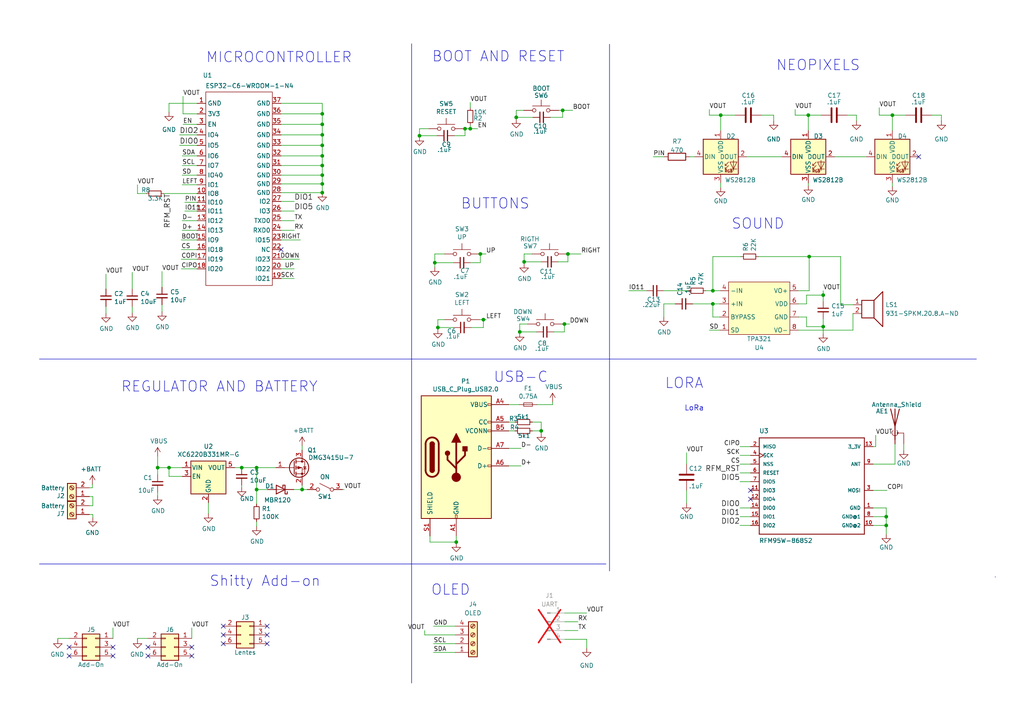
<source format=kicad_sch>
(kicad_sch (version 20231120) (generator "eeschema") (generator_version "8.0")
  (paper "A4")
  (junction (at 140.208 92.71))
  (junction (at 258.826 33.401))
  (junction (at 74.422 135.636))
  (junction (at 134.874 37.338))
  (junction (at 93.472 48.006))
  (junction (at 93.472 50.8))
  (junction (at 93.472 39.116))
  (junction (at 149.733 34.036))
  (junction (at 45.72 135.636))
  (junction (at 150.749 96.266))
  (junction (at 164.719 73.66))
  (junction (at 93.472 53.34))
  (junction (at 238.76 94.742))
  (junction (at 156.972 124.968))
  (junction (at 206.756 84.328))
  (junction (at 238.76 85.598))
  (junction (at 257.048 152.4))
  (junction (at 152.019 75.946))
  (junction (at 121.666 39.37))
  (junction (at 93.472 45.212))
  (junction (at 136.398 37.338))
  (junction (at 127 94.996))
  (junction (at 93.472 33.02))
  (junction (at 132.334 157.226))
  (junction (at 93.472 42.164))
  (junction (at 49.022 135.636))
  (junction (at 234.696 74.422))
  (junction (at 93.472 36.068))
  (junction (at 87.63 141.986))
  (junction (at 209.042 33.401))
  (junction (at 74.422 141.986))
  (junction (at 206.756 88.138))
  (junction (at 93.472 55.88))
  (junction (at 234.442 33.401))
  (junction (at 163.195 32.004))
  (junction (at 126.111 76.2))
  (junction (at 163.703 93.98))
  (junction (at 70.104 135.636))
  (junction (at 257.048 149.86))
  (junction (at 139.319 73.66))
  (no_connect (at 55.626 187.706))
  (no_connect (at 77.47 181.61))
  (no_connect (at 20.066 187.706))
  (no_connect (at 217.678 144.78))
  (no_connect (at 81.534 72.39))
  (no_connect (at 64.77 181.61))
  (no_connect (at 64.77 186.69))
  (no_connect (at 32.766 187.706))
  (no_connect (at 217.678 142.24))
  (no_connect (at 42.926 187.706))
  (no_connect (at 32.766 190.246))
  (no_connect (at 77.47 184.15))
  (no_connect (at 42.926 190.246))
  (no_connect (at 266.446 45.466))
  (no_connect (at 77.47 186.69))
  (no_connect (at 55.626 190.246))
  (no_connect (at 64.77 184.15))
  (no_connect (at 20.066 190.246))
  (wire (pts (xy 214.63 129.54) (xy 217.678 129.54)))
  (wire (pts (xy 258.826 33.401) (xy 262.636 33.401)))
  (wire (pts (xy 243.84 88.392) (xy 243.84 74.422)))
  (wire (pts (xy 234.696 74.422) (xy 234.696 84.328)))
  (wire (pts (xy 136.398 29.718) (xy 136.398 31.242)))
  (wire (pts (xy 46.99 88.392) (xy 46.99 90.424)))
  (wire (pts (xy 163.195 32.004) (xy 166.116 32.004)))
  (wire (pts (xy 238.76 94.742) (xy 238.76 96.774)))
  (wire (pts (xy 139.319 73.66) (xy 140.97 73.66)))
  (wire (pts (xy 16.764 185.166) (xy 16.764 185.42)))
  (wire (pts (xy 253.238 147.32) (xy 257.048 147.32)))
  (wire (pts (xy 38.354 78.994) (xy 38.354 83.82)))
  (wire (pts (xy 81.534 39.116) (xy 93.472 39.116)))
  (wire (pts (xy 53.086 33.02) (xy 57.15 33.02)))
  (wire (pts (xy 49.022 138.176) (xy 49.022 135.636)))
  (wire (pts (xy 214.63 134.62) (xy 217.678 134.62)))
  (wire (pts (xy 154.432 122.428) (xy 156.972 122.428)))
  (wire (pts (xy 206.756 91.948) (xy 206.756 88.138)))
  (wire (pts (xy 85.344 58.42) (xy 81.534 58.42)))
  (wire (pts (xy 231.648 91.948) (xy 233.934 91.948)))
  (wire (pts (xy 99.314 141.986) (xy 99.822 141.986)))
  (wire (pts (xy 127 92.71) (xy 127 94.996)))
  (wire (pts (xy 45.72 135.636) (xy 49.022 135.636)))
  (wire (pts (xy 26.797 141.478) (xy 26.797 140.462)))
  (wire (pts (xy 46.99 78.74) (xy 46.99 83.312)))
  (wire (pts (xy 25.908 141.478) (xy 26.797 141.478)))
  (wire (pts (xy 257.048 147.32) (xy 257.048 149.86)))
  (wire (pts (xy 81.534 36.068) (xy 93.472 36.068)))
  (wire (pts (xy 121.666 37.338) (xy 121.666 39.37)))
  (wire (pts (xy 121.666 39.37) (xy 126.746 39.37)))
  (wire (pts (xy 273.05 35.052) (xy 273.05 33.401)))
  (wire (pts (xy 247.396 88.392) (xy 243.84 88.392)))
  (wire (pts (xy 253.238 152.4) (xy 257.048 152.4)))
  (wire (pts (xy 170.18 177.8) (xy 163.83 177.8)))
  (wire (pts (xy 258.826 53.086) (xy 258.826 54.102)))
  (wire (pts (xy 127 94.996) (xy 131.572 94.996)))
  (wire (pts (xy 150.749 96.266) (xy 155.575 96.266)))
  (wire (pts (xy 205.74 33.401) (xy 209.042 33.401)))
  (polyline (pts (xy 119.38 198.12) (xy 119.38 12.7)))
  (wire (pts (xy 87.122 69.596) (xy 81.534 69.596)))
  (wire (pts (xy 214.63 152.4) (xy 217.678 152.4)))
  (wire (pts (xy 152.019 73.66) (xy 152.019 75.946)))
  (wire (pts (xy 80.01 135.636) (xy 74.422 135.636)))
  (wire (pts (xy 131.826 39.37) (xy 134.874 39.37)))
  (wire (pts (xy 134.874 39.37) (xy 134.874 37.338)))
  (wire (pts (xy 200.152 45.466) (xy 201.422 45.466)))
  (wire (pts (xy 234.442 33.401) (xy 238.125 33.401)))
  (wire (pts (xy 45.72 142.748) (xy 45.72 143.764)))
  (wire (pts (xy 214.63 137.16) (xy 217.678 137.16)))
  (wire (pts (xy 234.442 53.848) (xy 234.442 53.086)))
  (wire (pts (xy 209.042 33.401) (xy 213.233 33.401)))
  (wire (pts (xy 85.344 61.214) (xy 81.534 61.214)))
  (wire (pts (xy 233.934 88.138) (xy 233.934 85.598)))
  (wire (pts (xy 192.532 91.948) (xy 192.532 88.138)))
  (wire (pts (xy 253.238 134.62) (xy 259.588 134.62)))
  (wire (pts (xy 208.788 91.948) (xy 206.756 91.948)))
  (wire (pts (xy 121.666 39.37) (xy 121.666 39.624)))
  (wire (pts (xy 81.534 45.212) (xy 93.472 45.212)))
  (wire (pts (xy 127 94.996) (xy 127 95.504)))
  (wire (pts (xy 26.924 149.225) (xy 26.924 150.114)))
  (wire (pts (xy 93.472 50.8) (xy 93.472 53.34)))
  (wire (pts (xy 126.111 76.2) (xy 131.445 76.2)))
  (wire (pts (xy 52.832 64.008) (xy 57.15 64.008)))
  (wire (pts (xy 140.208 92.71) (xy 140.97 92.71)))
  (wire (pts (xy 224.409 35.052) (xy 224.409 33.401)))
  (wire (pts (xy 57.15 36.068) (xy 53.086 36.068)))
  (wire (pts (xy 86.868 75.184) (xy 81.534 75.184)))
  (wire (pts (xy 153.035 93.98) (xy 150.749 93.98)))
  (wire (pts (xy 128.905 73.66) (xy 126.111 73.66)))
  (wire (pts (xy 199.136 131.318) (xy 199.136 134.62)))
  (wire (pts (xy 192.532 84.328) (xy 199.644 84.328)))
  (wire (pts (xy 258.826 33.401) (xy 258.826 37.846)))
  (wire (pts (xy 125.73 181.61) (xy 132.08 181.61)))
  (wire (pts (xy 70.104 140.716) (xy 70.104 141.351)))
  (wire (pts (xy 164.719 75.946) (xy 164.719 73.66)))
  (wire (pts (xy 81.534 48.006) (xy 93.472 48.006)))
  (polyline (pts (xy 176.784 165.608) (xy 176.784 12.827)))
  (wire (pts (xy 149.733 34.036) (xy 154.559 34.036)))
  (wire (pts (xy 205.74 95.758) (xy 208.788 95.758)))
  (wire (pts (xy 25.908 146.685) (xy 26.924 146.685)))
  (wire (pts (xy 257.048 152.4) (xy 257.048 154.94)))
  (wire (pts (xy 85.344 64.008) (xy 81.534 64.008)))
  (wire (pts (xy 205.74 31.75) (xy 205.74 33.401)))
  (wire (pts (xy 255.016 33.401) (xy 258.826 33.401)))
  (wire (pts (xy 182.372 84.328) (xy 187.452 84.328)))
  (wire (pts (xy 16.764 185.166) (xy 20.066 185.166)))
  (wire (pts (xy 209.042 54.356) (xy 209.042 53.086)))
  (polyline (pts (xy 11.43 104.14) (xy 283.21 104.14)))
  (wire (pts (xy 253.238 129.54) (xy 254 129.54)))
  (wire (pts (xy 164.465 73.66) (xy 164.719 73.66)))
  (wire (pts (xy 52.832 45.212) (xy 57.15 45.212)))
  (wire (pts (xy 30.734 88.9) (xy 30.734 90.932)))
  (wire (pts (xy 206.756 88.138) (xy 208.788 88.138)))
  (wire (pts (xy 134.493 37.338) (xy 134.874 37.338)))
  (wire (pts (xy 125.73 186.69) (xy 132.08 186.69)))
  (wire (pts (xy 147.574 130.048) (xy 151.13 130.048)))
  (wire (pts (xy 123.19 182.88) (xy 123.19 184.15)))
  (wire (pts (xy 234.442 33.401) (xy 234.442 37.846)))
  (wire (pts (xy 124.333 37.338) (xy 121.666 37.338)))
  (wire (pts (xy 85.344 66.802) (xy 81.534 66.802)))
  (wire (pts (xy 214.884 74.422) (xy 206.756 74.422)))
  (wire (pts (xy 219.964 74.422) (xy 234.696 74.422)))
  (wire (pts (xy 206.756 84.328) (xy 208.788 84.328)))
  (wire (pts (xy 136.398 36.322) (xy 136.398 37.338)))
  (wire (pts (xy 139.319 76.2) (xy 139.319 73.66)))
  (wire (pts (xy 52.832 53.594) (xy 57.15 53.594)))
  (wire (pts (xy 26.924 144.018) (xy 26.924 146.685)))
  (wire (pts (xy 163.703 96.266) (xy 163.703 93.98)))
  (wire (pts (xy 159.639 34.036) (xy 163.195 34.036)))
  (wire (pts (xy 214.63 149.86) (xy 217.678 149.86)))
  (wire (pts (xy 163.195 34.036) (xy 163.195 32.004)))
  (wire (pts (xy 93.472 33.02) (xy 93.472 36.068)))
  (wire (pts (xy 192.532 45.466) (xy 189.484 45.466)))
  (wire (pts (xy 238.76 92.456) (xy 238.76 94.742)))
  (wire (pts (xy 30.734 79.502) (xy 30.734 83.82)))
  (wire (pts (xy 147.574 124.968) (xy 149.352 124.968)))
  (wire (pts (xy 52.832 50.8) (xy 57.15 50.8)))
  (wire (pts (xy 164.719 73.66) (xy 168.529 73.66)))
  (wire (pts (xy 53.594 58.674) (xy 57.15 58.674)))
  (wire (pts (xy 151.892 32.004) (xy 149.733 32.004)))
  (wire (pts (xy 81.534 42.164) (xy 93.472 42.164)))
  (wire (pts (xy 154.305 73.66) (xy 152.019 73.66)))
  (wire (pts (xy 160.274 117.348) (xy 160.274 116.586)))
  (wire (pts (xy 132.334 157.226) (xy 132.334 157.48)))
  (wire (pts (xy 273.05 33.401) (xy 270.256 33.401)))
  (wire (pts (xy 93.472 36.068) (xy 93.472 39.116)))
  (wire (pts (xy 199.136 146.05) (xy 199.136 142.24)))
  (wire (pts (xy 231.648 88.138) (xy 233.934 88.138)))
  (wire (pts (xy 52.07 39.116) (xy 57.15 39.116)))
  (wire (pts (xy 93.472 48.006) (xy 93.472 50.8)))
  (wire (pts (xy 233.934 85.598) (xy 238.76 85.598)))
  (wire (pts (xy 39.878 185.166) (xy 39.878 185.42)))
  (wire (pts (xy 87.63 140.716) (xy 87.63 141.986)))
  (wire (pts (xy 230.632 33.401) (xy 234.442 33.401)))
  (wire (pts (xy 200.914 88.138) (xy 206.756 88.138)))
  (wire (pts (xy 162.052 32.004) (xy 163.195 32.004)))
  (wire (pts (xy 147.574 135.128) (xy 151.13 135.128)))
  (wire (pts (xy 167.64 182.88) (xy 163.83 182.88)))
  (wire (pts (xy 45.72 132.334) (xy 45.72 135.636)))
  (wire (pts (xy 52.07 42.164) (xy 57.15 42.164)))
  (wire (pts (xy 87.63 141.986) (xy 85.217 141.986)))
  (wire (pts (xy 154.432 124.968) (xy 156.972 124.968)))
  (wire (pts (xy 233.934 91.948) (xy 233.934 94.742)))
  (wire (pts (xy 147.574 117.348) (xy 150.622 117.348)))
  (wire (pts (xy 155.702 117.348) (xy 160.274 117.348)))
  (wire (pts (xy 242.062 45.466) (xy 251.206 45.466)))
  (wire (pts (xy 47.498 56.134) (xy 57.15 56.134)))
  (wire (pts (xy 81.534 55.88) (xy 93.472 55.88)))
  (wire (pts (xy 156.972 124.968) (xy 156.972 125.603)))
  (wire (pts (xy 60.452 145.796) (xy 60.452 148.971)))
  (wire (pts (xy 123.19 184.15) (xy 132.08 184.15)))
  (wire (pts (xy 55.626 182.118) (xy 55.626 185.166)))
  (wire (pts (xy 170.18 187.96) (xy 170.18 185.42)))
  (wire (pts (xy 209.042 33.401) (xy 209.042 37.846)))
  (wire (pts (xy 238.76 87.376) (xy 238.76 85.598)))
  (wire (pts (xy 126.111 73.66) (xy 126.111 76.2)))
  (wire (pts (xy 81.534 53.34) (xy 93.472 53.34)))
  (wire (pts (xy 243.84 74.422) (xy 234.696 74.422)))
  (wire (pts (xy 52.578 72.39) (xy 57.15 72.39)))
  (wire (pts (xy 160.655 96.266) (xy 163.703 96.266)))
  (wire (pts (xy 152.019 75.946) (xy 156.845 75.946)))
  (wire (pts (xy 93.472 53.34) (xy 93.472 55.88)))
  (wire (pts (xy 147.574 122.428) (xy 149.352 122.428)))
  (polyline (pts (xy 288.671 167.386) (xy 288.671 167.259)))
  (wire (pts (xy 52.578 69.596) (xy 57.15 69.596)))
  (wire (pts (xy 224.409 33.401) (xy 220.853 33.401)))
  (wire (pts (xy 81.534 77.978) (xy 85.344 77.978)))
  (wire (pts (xy 255.016 31.242) (xy 255.016 33.401)))
  (wire (pts (xy 45.72 137.668) (xy 45.72 135.636)))
  (wire (pts (xy 132.334 155.448) (xy 132.334 157.226)))
  (wire (pts (xy 81.534 50.8) (xy 93.472 50.8)))
  (wire (pts (xy 93.472 39.116) (xy 93.472 42.164)))
  (wire (pts (xy 53.086 27.94) (xy 53.086 33.02)))
  (wire (pts (xy 49.022 138.176) (xy 52.832 138.176)))
  (wire (pts (xy 52.832 48.006) (xy 57.15 48.006)))
  (wire (pts (xy 49.022 135.636) (xy 52.832 135.636)))
  (wire (pts (xy 134.874 37.338) (xy 136.398 37.338)))
  (wire (pts (xy 247.396 90.932) (xy 247.396 95.758)))
  (wire (pts (xy 214.63 139.7) (xy 217.678 139.7)))
  (wire (pts (xy 136.652 94.996) (xy 140.208 94.996)))
  (wire (pts (xy 52.578 75.184) (xy 57.15 75.184)))
  (wire (pts (xy 214.63 147.32) (xy 217.678 147.32)))
  (wire (pts (xy 52.578 77.978) (xy 57.15 77.978)))
  (wire (pts (xy 125.73 189.23) (xy 132.08 189.23)))
  (wire (pts (xy 93.472 45.212) (xy 93.472 48.006)))
  (wire (pts (xy 32.766 182.118) (xy 32.766 185.166)))
  (wire (pts (xy 93.472 42.164) (xy 93.472 45.212)))
  (wire (pts (xy 93.472 29.972) (xy 93.472 33.02)))
  (wire (pts (xy 254 126.238) (xy 254 129.54)))
  (wire (pts (xy 128.905 92.71) (xy 127 92.71)))
  (wire (pts (xy 49.022 29.972) (xy 49.022 32.512)))
  (wire (pts (xy 81.534 29.972) (xy 93.472 29.972)))
  (wire (pts (xy 233.934 94.742) (xy 238.76 94.742)))
  (wire (pts (xy 81.534 33.02) (xy 93.472 33.02)))
  (wire (pts (xy 126.111 76.2) (xy 126.111 77.47)))
  (wire (pts (xy 39.878 53.594) (xy 39.878 56.134)))
  (wire (pts (xy 253.238 149.86) (xy 257.048 149.86)))
  (wire (pts (xy 230.632 31.75) (xy 230.632 33.401)))
  (wire (pts (xy 53.594 61.214) (xy 57.15 61.214)))
  (wire (pts (xy 25.908 144.018) (xy 26.924 144.018)))
  (wire (pts (xy 139.065 92.71) (xy 140.208 92.71)))
  (wire (pts (xy 39.878 56.134) (xy 42.418 56.134)))
  (wire (pts (xy 216.662 45.466) (xy 226.822 45.466)))
  (wire (pts (xy 156.972 122.428) (xy 156.972 124.968)))
  (wire (pts (xy 257.302 142.24) (xy 253.238 142.24)))
  (wire (pts (xy 150.749 93.98) (xy 150.749 96.266)))
  (polyline (pts (xy 11.43 163.576) (xy 175.768 163.576)))
  (wire (pts (xy 68.072 135.636) (xy 70.104 135.636)))
  (wire (pts (xy 124.714 155.448) (xy 124.714 157.226)))
  (wire (pts (xy 247.396 95.758) (xy 231.648 95.758)))
  (wire (pts (xy 85.344 80.772) (xy 81.534 80.772)))
  (wire (pts (xy 25.908 149.225) (xy 26.924 149.225)))
  (wire (pts (xy 206.756 74.422) (xy 206.756 84.328)))
  (wire (pts (xy 52.832 66.802) (xy 57.15 66.802)))
  (wire (pts (xy 150.749 96.266) (xy 150.749 96.52)))
  (wire (pts (xy 89.154 141.986) (xy 87.63 141.986)))
  (wire (pts (xy 136.525 76.2) (xy 139.319 76.2)))
  (wire (pts (xy 214.63 132.08) (xy 217.678 132.08)))
  (wire (pts (xy 77.597 141.986) (xy 74.422 141.986)))
  (wire (pts (xy 152.019 75.946) (xy 152.019 76.454)))
  (wire (pts (xy 170.18 185.42) (xy 163.83 185.42)))
  (wire (pts (xy 234.696 84.328) (xy 231.648 84.328)))
  (wire (pts (xy 248.412 35.052) (xy 248.412 33.401)))
  (wire (pts (xy 161.925 75.946) (xy 164.719 75.946)))
  (wire (pts (xy 192.532 88.138) (xy 195.834 88.138)))
  (wire (pts (xy 39.878 185.166) (xy 42.926 185.166)))
  (wire (pts (xy 124.714 157.226) (xy 132.334 157.226)))
  (wire (pts (xy 139.065 73.66) (xy 139.319 73.66)))
  (wire (pts (xy 70.104 135.636) (xy 74.422 135.636)))
  (wire (pts (xy 38.354 88.9) (xy 38.354 90.678)))
  (wire (pts (xy 136.398 37.338) (xy 138.5316 37.338)))
  (wire (pts (xy 248.412 33.401) (xy 245.745 33.401)))
  (wire (pts (xy 167.64 180.34) (xy 163.83 180.34)))
  (wire (pts (xy 259.588 134.62) (xy 259.588 128.778)))
  (wire (pts (xy 74.422 151.257) (xy 74.422 152.654)))
  (wire (pts (xy 238.76 85.598) (xy 238.76 84.328)))
  (wire (pts (xy 74.422 141.986) (xy 74.422 135.636)))
  (wire (pts (xy 262.128 130.556) (xy 262.128 128.778)))
  (wire (pts (xy 163.195 93.98) (xy 163.703 93.98)))
  (wire (pts (xy 204.724 84.328) (xy 206.756 84.328)))
  (wire (pts (xy 149.733 34.036) (xy 149.733 34.544)))
  (wire (pts (xy 257.048 149.86) (xy 257.048 152.4)))
  (wire (pts (xy 140.208 94.996) (xy 140.208 92.71)))
  (wire (pts (xy 163.703 93.98) (xy 165.227 93.98)))
  (wire (pts (xy 57.15 29.972) (xy 49.022 29.972)))
  (wire (pts (xy 87.63 130.556) (xy 87.63 129.286)))
  (wire (pts (xy 74.422 141.986) (xy 74.422 146.177)))
  (wire (pts (xy 149.733 32.004) (xy 149.733 34.036)))
  (text "MICROCONTROLLER" (at 59.69 18.542 0) (effects (font (size 3 3)) (justify left bottom)))
  (text "LoRa" (at 198.501 119.38 0) (effects (font (size 1.524 1.524)) (justify left bottom)))
  (text "OLED" (at 124.968 172.974 0) (effects (font (size 3 3)) (justify left bottom)))
  (text "USB-C\n" (at 159.004 111.252 0) (effects (font (size 3 3)) (justify right bottom)))
  (text "BUTTONS" (at 133.604 60.96 0) (effects (font (size 3 3)) (justify left bottom)))
  (text "SOUND" (at 212.09 66.802 0) (effects (font (size 3 3)) (justify left bottom)))
  (text "LORA" (at 192.786 113.03 0) (effects (font (size 3 3)) (justify left bottom)))
  (text "NEOPIXELS" (at 225.044 20.828 0) (effects (font (size 3 3)) (justify left bottom)))
  (text "REGULATOR AND BATTERY" (at 35.052 114.046 0) (effects (font (size 3 3)) (justify left bottom)))
  (text "Shitty Add-on\n" (at 60.706 170.434 0) (effects (font (size 3 3)) (justify left bottom)))
  (text "BOOT AND RESET\n" (at 125.222 18.288 0) (effects (font (size 3 3)) (justify left bottom)))
  (label "RX" (at 85.344 66.802 0))
  (label "RX" (at 167.64 180.34 0))
  (label "EN" (at 138.5316 37.338 0))
  (label "DIO0" (at 52.07 42.164 0) (effects (font (size 1.524 1.524))))
  (label "IO11" (at 182.372 84.328 0))
  (label "VOUT" (at 55.626 182.118 0))
  (label "DIO1" (at 85.344 58.42 0) (effects (font (size 1.524 1.524))))
  (label "COPI" (at 52.578 75.184 0))
  (label "PIN" (at 53.594 58.674 0))
  (label "DIO1" (at 214.63 149.86 180) (effects (font (size 1.524 1.524))))
  (label "UP" (at 140.97 73.66 0))
  (label "DIO0" (at 214.63 147.32 180) (effects (font (size 1.524 1.524))))
  (label "BOOT" (at 166.116 32.004 0))
  (label "DOWN" (at 86.868 75.184 180))
  (label "VOUT" (at 230.632 31.75 0))
  (label "VOUT" (at 238.76 84.328 0))
  (label "UP" (at 85.344 77.978 180))
  (label "D-" (at 151.13 130.048 0))
  (label "CIPO" (at 52.578 77.978 0))
  (label "DOWN" (at 165.227 93.98 0))
  (label "SDA" (at 125.73 189.23 0))
  (label "D-" (at 52.832 64.008 0))
  (label "VOUT" (at 38.354 78.994 0))
  (label "EN" (at 53.086 36.068 0))
  (label "SD" (at 205.74 95.758 0))
  (label "DIO5" (at 85.344 61.214 0) (effects (font (size 1.524 1.524))))
  (label "COPI" (at 257.302 142.24 0))
  (label "TX" (at 85.344 64.008 0))
  (label "VOUT" (at 136.398 29.718 0))
  (label "RFM_RST" (at 49.784 56.134 270) (effects (font (size 1.524 1.524))))
  (label "RIGHT" (at 87.122 69.596 180))
  (label "VOUT" (at 199.136 131.318 0))
  (label "SCK" (at 214.63 132.08 180))
  (label "VOUT" (at 53.086 27.94 0))
  (label "LEFT" (at 140.97 92.71 0))
  (label "DIO5" (at 214.63 139.7 180) (effects (font (size 1.524 1.524))))
  (label "DIO2" (at 52.07 39.116 0) (effects (font (size 1.524 1.524))))
  (label "VOUT" (at 30.734 79.502 0))
  (label "D+" (at 52.832 66.802 0))
  (label "CS" (at 52.578 72.39 0))
  (label "VOUT" (at 32.766 182.118 0))
  (label "VOUT" (at 39.878 53.594 0))
  (label "SD" (at 52.832 50.8 0))
  (label "RIGHT" (at 168.529 73.66 0))
  (label "GND" (at 125.73 181.61 0))
  (label "VOUT" (at 123.19 182.88 180))
  (label "SDA" (at 52.832 45.212 0))
  (label "TX" (at 167.64 182.88 0))
  (label "RFM_RST" (at 214.63 137.16 180) (effects (font (size 1.524 1.524))))
  (label "VOUT" (at 99.822 141.986 0))
  (label "VOUT" (at 254 126.238 0))
  (label "SCL" (at 52.832 48.006 0))
  (label "BOOT" (at 52.578 69.596 0))
  (label "VOUT" (at 46.99 78.74 0))
  (label "IO11" (at 53.594 61.214 0))
  (label "SCK" (at 85.344 80.772 180))
  (label "VOUT" (at 205.74 31.75 0))
  (label "VOUT" (at 170.18 177.8 0))
  (label "SCL" (at 125.73 186.69 0))
  (label "VOUT" (at 255.016 31.242 0))
  (label "D+" (at 151.13 135.128 0))
  (label "CIPO" (at 214.63 129.54 180))
  (label "DIO2" (at 214.63 152.4 180) (effects (font (size 1.524 1.524))))
  (label "LEFT" (at 52.832 53.594 0))
  (label "PIN" (at 189.484 45.466 0))
  (label "CS" (at 214.63 134.62 180))
  (symbol (lib_id "Connector:Screw_Terminal_01x02") (at 20.828 144.018 180) (unit 1)
    (property "Reference" "J2" (at 18.796 143.8148 0) (effects (justify left)))
    (property "Value" "Battery" (at 18.796 141.5034 0) (effects (justify left)))
    (property "Footprint" "Eko2024:BH-AA-A1AJ020" (effects (hide yes)))
    (property "LCSC#" "C5290181" (effects (hide yes)))
    (property "provedor" "-" (effects (hide yes)))
    (property "Proveedor" "JLCPCB y LCSC" (effects (hide yes)))
  )
  (symbol (lib_id "power:GND") (at 192.532 91.948 0) (unit 1)
    (property "Reference" "#PWR043" (effects (hide yes)))
    (property "Value" "GND" (at 192.659 96.3422 0))
  )
  (symbol (lib_id "Device:C_Small") (at 198.374 88.138 90) (unit 1)
    (property "Reference" "C14" (at 197.2056 85.8012 0) (effects (justify left)))
    (property "Value" ".1uF" (at 199.517 85.8012 0) (effects (justify left)))
    (property "Footprint" "Capacitor_SMD:C_0603_1608Metric" (effects (hide yes)))
    (property "manf#" "0603F104M500NT" (effects (hide yes)))
    (property "provedor" "LCSC" (effects (hide yes)))
    (property "LCSC#" "C478888" (effects (hide yes)))
    (property "Proveedor" "LCSC" (effects (hide yes)))
  )
  (symbol (lib_id "Minino:ESP32-C6-WROOM-1U-N8") (at 69.342 53.594 0) (unit 1)
    (property "Reference" "U1" (at 60.198 21.844 0))
    (property "Value" "ESP32-C6-WROOM-1-N4" (at 72.39 24.892 0))
    (property "Footprint" "bsides:XCVR_ESP32-C6-WROOM-1-N8" (effects (hide yes)))
    (property "manf#" "ESP32-C6-WROOM-1-N4" (effects (hide yes)))
    (property "provedor" "MOUSER" (effects (hide yes)))
    (property "Proveedor" "Mouser" (effects (hide yes)))
  )
  (symbol (lib_id "Device:R_Small") (at 44.958 56.134 270) (unit 1)
    (property "Reference" "R8" (at 42.291 55.118 90))
    (property "Value" "3.3K" (at 45.085 57.531 90))
    (property "Footprint" "Resistor_SMD:R_0603_1608Metric" (effects (hide yes)))
    (property "manf#" "ERJ-3GEYJ332V " (effects (hide yes)))
    (property "LCSC#" "C403480" (effects (hide yes)))
    (property "Proveedor" "JLCPCB" (effects (hide yes)))
  )
  (symbol (lib_id "Device:R") (at 196.342 45.466 90) (unit 1)
    (property "Reference" "R7" (at 196.342 41.021 90))
    (property "Value" "470" (at 196.342 43.561 90))
    (property "Footprint" "Resistor_SMD:R_0603_1608Metric" (effects (hide yes)))
    (property "LCSC#" "C103661" (effects (hide yes)))
    (property "manf#" "RTT03471JTP" (effects (hide yes)))
  )
  (symbol (lib_id "power:GND") (at 156.972 125.603 0) (unit 1)
    (property "Reference" "#PWR032" (effects (hide yes)))
    (property "Value" "GND" (at 157.099 129.9972 0))
  )
  (symbol (lib_id "Device:R_Small") (at 136.398 33.782 180) (unit 1)
    (property "Reference" "R2" (at 139.954 34.29 0) (effects (justify left)))
    (property "Value" "10K" (at 141.224 32.512 0) (effects (justify left)))
    (property "Footprint" "Resistor_SMD:R_0603_1608Metric" (effects (hide yes)))
    (property "LCSC#" "C217281" (effects (hide yes)))
  )
  (symbol (lib_id "Device:C_Small") (at 30.734 86.36 0) (unit 1)
    (property "Reference" "C2" (at 33.0708 85.1916 0) (effects (justify left)))
    (property "Value" "1uF" (at 33.0708 87.503 0) (effects (justify left)))
    (property "Footprint" "Capacitor_SMD:C_0603_1608Metric" (effects (hide yes)))
    (property "manf#" "TMK107BJ105KA8T" (effects (hide yes)))
    (property "provedor" "LCSC" (effects (hide yes)))
    (property "LCSC#" "C15849" (effects (hide yes)))
    (property "Proveedor" "JLCPCB" (effects (hide yes)))
  )
  (symbol (lib_id "Ekoparty-2024:8002A") (at 220.218 93.218 0) (mirror x) (unit 1)
    (property "Reference" "U4" (at 220.218 100.838 0))
    (property "Value" "TPA321" (at 220.218 98.298 0))
    (property "Footprint" "Package_SO:SOP-8_3.9x4.9mm_P1.27mm" (effects (hide yes)))
    (property "LCSC#" "C2873032" (effects (hide yes)))
    (property "Proveedor" "LCSC" (effects (hide yes)))
  )
  (symbol (lib_id "power:GND") (at 170.18 187.96 0) (unit 1)
    (property "Reference" "#PWR06" (effects (hide yes)))
    (property "Value" "GND" (at 170.18 193.04 0))
  )
  (symbol (lib_id "Device:C_Small") (at 129.286 39.37 90) (unit 1)
    (property "Reference" "C9" (at 130.81 41.91 90) (effects (justify left)))
    (property "Value" ".1uF" (at 131.064 43.434 90) (effects (justify left)))
    (property "Footprint" "Capacitor_SMD:C_0603_1608Metric" (effects (hide yes)))
    (property "manf#" "0603F104M500NT" (effects (hide yes)))
    (property "LCSC#" "C478888" (effects (hide yes)))
    (property "Proveedor" "LCSC" (effects (hide yes)))
  )
  (symbol (lib_id "Connector_Generic:Conn_02x03_Odd_Even") (at 27.686 187.706 0) (mirror y) (unit 1)
    (property "Reference" "J5" (at 26.416 182.626 0))
    (property "Value" "Add-On" (at 26.416 192.786 0))
    (property "Footprint" "Connector_PinSocket_2.54mm:PinSocket_2x03_P2.54mm_Vertical_SMD" (effects (hide yes)))
    (property "LCSC#" "C3975148" (effects (hide yes)))
  )
  (symbol (lib_id "Device:Speaker") (at 252.476 88.392 0) (unit 1)
    (property "Reference" "LS1" (at 256.794 88.3919 0) (effects (justify left)))
    (property "Value" "931-SPKM.20.8.A-ND" (at 256.794 90.9319 0) (effects (justify left)))
    (property "Footprint" "Connector_PinHeader_1.27mm:PinHeader_1x02_P1.27mm_Vertical" (effects (hide yes)))
    (property "Description" "Speaker" (effects (hide yes)))
    (property "manf#" "931-SPKM.20.8.A-ND" (effects (hide yes)))
    (property "provedor" "Digikey" (effects (hide yes)))
  )
  (symbol (lib_id "power:+BATT") (at 26.797 140.462 0) (mirror y) (unit 1)
    (property "Reference" "#PWR03" (effects (hide yes)))
    (property "Value" "+BATT" (at 26.416 136.0678 0))
  )
  (symbol (lib_id "Switch:SW_Push") (at 159.385 73.66 0) (unit 1)
    (property "Reference" "SW7" (at 153.797 71.374 0))
    (property "Value" "RIGTH" (at 153.67 69.342 0))
    (property "Footprint" "Button_Switch_SMD:SW_SPST_TL3342" (effects (hide yes)))
    (property "LCSC#" "C318889" (effects (hide yes)))
    (property "Proveedor" "LCSC" (effects (hide yes)))
  )
  (symbol (lib_id "Device:R_Small") (at 151.892 124.968 270) (unit 1)
    (property "Reference" "R4" (at 149.225 123.952 90))
    (property "Value" "5k1" (at 152.019 126.365 90))
    (property "Footprint" "Resistor_SMD:R_0603_1608Metric" (effects (hide yes)))
    (property "manf#" "ERJ3RBD5101V" (effects (hide yes)))
    (property "LCSC#" "C191782" (effects (hide yes)))
    (property "provedor" "LCSC" (effects (hide yes)))
  )
  (symbol (lib_id "Device:C_Small") (at 46.99 85.852 0) (unit 1)
    (property "Reference" "C5" (at 49.3268 84.6836 0) (effects (justify left)))
    (property "Value" "10uF" (at 49.3268 86.995 0) (effects (justify left)))
    (property "Footprint" "Capacitor_SMD:C_0603_1608Metric" (effects (hide yes)))
    (property "manf#" "GRM188R61E106KA73J" (effects (hide yes)))
    (property "provedor" "LCSC" (effects (hide yes)))
    (property "LCSC#" "C85713" (effects (hide yes)))
    (property "Proveedor" "JLCPCB" (effects (hide yes)))
  )
  (symbol (lib_id "Device:C") (at 241.935 33.401 270) (unit 1)
    (property "Reference" "C17" (at 241.935 27.686 90))
    (property "Value" ".1uF" (at 241.935 29.591 90))
    (property "Footprint" "Capacitor_SMD:C_0603_1608Metric" (effects (hide yes)))
    (property "LCSC#" "C478888" (effects (hide yes)))
    (property "Proveedor" "LCSC" (effects (hide yes)))
    (property "manf#" "0603F104M500NT" (effects (hide yes)))
  )
  (symbol (lib_id "Diode:MBR340") (at 81.407 141.986 180) (unit 1)
    (property "Reference" "D1" (at 78.232 140.97 0))
    (property "Value" "MBR120" (at 80.518 145.034 0))
    (property "Footprint" "Diode_SMD:D_SOD-123F" (effects (hide yes)))
    (property "provedor" "LCSC" (effects (hide yes)))
    (property "LCSC#" "C130880" (effects (hide yes)))
    (property "manf#" "MBR120LSFT1G" (effects (hide yes)))
    (property "Proveedor" "JLCPCB" (effects (hide yes)))
  )
  (symbol (lib_id "Switch:SW_Push") (at 133.985 73.66 0) (unit 1)
    (property "Reference" "SW3" (at 133.985 66.421 0))
    (property "Value" "UP" (at 133.985 68.7324 0))
    (property "Footprint" "Button_Switch_SMD:SW_SPST_TL3342" (effects (hide yes)))
    (property "LCSC#" "C318889" (effects (hide yes)))
    (property "Proveedor" "LCSC" (effects (hide yes)))
  )
  (symbol (lib_id "LED:WS2812B") (at 234.442 45.466 0) (unit 1)
    (property "Reference" "D3" (at 237.363 39.497 0))
    (property "Value" "WS2812B" (at 240.157 52.197 0))
    (property "Footprint" "LED_SMD:LED_WS2812B-Mini_PLCC4_3.5x3.5mm" (effects (hide yes)))
    (property "LCSC#" "C527089" (effects (hide yes)))
    (property "Proveedor" "LCSC" (effects (hide yes)))
    (property "manf#" "WS2812B-Mini" (effects (hide yes)))
  )
  (symbol (lib_id "power:GND") (at 16.764 185.42 0) (mirror y) (unit 1)
    (property "Reference" "#PWR05" (effects (hide yes)))
    (property "Value" "GND" (at 16.637 189.8142 0))
  )
  (symbol (lib_id "LED:WS2812B") (at 209.042 45.466 0) (unit 1)
    (property "Reference" "D2" (at 211.963 39.497 0))
    (property "Value" "WS2812B" (at 214.757 52.197 0))
    (property "Footprint" "LED_SMD:LED_WS2812B-Mini_PLCC4_3.5x3.5mm" (effects (hide yes)))
    (property "LCSC#" "C527089" (effects (hide yes)))
    (property "Proveedor" "LCSC" (effects (hide yes)))
    (property "manf#" "WS2812B-Mini" (effects (hide yes)))
  )
  (symbol (lib_id "HunterCat-NFC-rescue:AP2112K-3.3-Regulator_Linear") (at 60.452 138.176 0) (unit 1)
    (property "Reference" "U2" (at 60.452 129.4892 0))
    (property "Value" "XC6220B331MR-G" (at 60.452 131.8006 0))
    (property "Footprint" "Package_TO_SOT_SMD:SOT-23-5" (effects (hide yes)))
    (property "manf#" "XC6220B331MR-G " (effects (hide yes)))
    (property "provedor" "LCSC" (effects (hide yes)))
    (property "LCSC#" "C86534" (effects (hide yes)))
    (property "Proveedor" "JLCPCB" (effects (hide yes)))
  )
  (symbol (lib_name "GND_15") (lib_id "power:GND") (at 248.412 35.052 0) (unit 1)
    (property "Reference" "#PWR051" (effects (hide yes)))
    (property "Value" "GND" (at 248.412 40.386 0))
  )
  (symbol (lib_id "Device:C_Small") (at 134.112 94.996 90) (unit 1)
    (property "Reference" "C6" (at 132.334 96.012 90) (effects (justify left)))
    (property "Value" ".1uF" (at 133.604 97.536 90) (effects (justify left)))
    (property "Footprint" "Capacitor_SMD:C_0603_1608Metric" (effects (hide yes)))
    (property "manf#" "0603F104M500NT" (effects (hide yes)))
    (property "LCSC#" "C478888" (effects (hide yes)))
    (property "Proveedor" "LCSC" (effects (hide yes)))
  )
  (symbol (lib_id "Device:Antenna_Shield") (at 259.588 123.698 0) (unit 1)
    (property "Reference" "AE1" (at 257.683 119.253 0) (effects (justify right)))
    (property "Value" "Antenna_Shield" (at 267.335 117.348 0) (effects (justify right)))
    (property "Footprint" "Eko2024:SMA_EDGE" (effects (hide yes)))
    (property "LCSC#" "C2913580" (effects (hide yes)))
  )
  (symbol (lib_id "power:VBUS") (at 45.72 132.334 0) (unit 1)
    (property "Reference" "#PWR07" (effects (hide yes)))
    (property "Value" "VBUS" (at 46.101 127.9398 0))
  )
  (symbol (lib_id "power:GND") (at 60.452 148.971 0) (unit 1)
    (property "Reference" "#PWR09" (effects (hide yes)))
    (property "Value" "GND" (at 60.579 153.3652 0))
  )
  (symbol (lib_id "Device:R_Small") (at 74.422 148.717 0) (unit 1)
    (property "Reference" "R1" (at 75.9206 147.5486 0) (effects (justify left)))
    (property "Value" "100K" (at 75.9206 149.86 0) (effects (justify left)))
    (property "Footprint" "Resistor_SMD:R_0603_1608Metric" (effects (hide yes)))
    (property "manf#" "RC0603DR-07100KL" (effects (hide yes)))
    (property "LCSC#" "C25803" (effects (hide yes)))
    (property "provedor" "LCSC" (effects (hide yes)))
    (property "Proveedor" "JLCPCB" (effects (hide yes)))
  )
  (symbol (lib_id "LED:WS2812B") (at 258.826 45.466 0) (unit 1)
    (property "Reference" "D4" (at 261.747 39.497 0))
    (property "Value" "WS2812B" (at 264.541 52.197 0))
    (property "Footprint" "LED_SMD:LED_WS2812B-Mini_PLCC4_3.5x3.5mm" (effects (hide yes)))
    (property "LCSC#" "C527089" (effects (hide yes)))
    (property "Proveedor" "LCSC" (effects (hide yes)))
    (property "manf#" "WS2812B-Mini" (effects (hide yes)))
  )
  (symbol (lib_id "power:GND") (at 126.111 77.47 0) (unit 1)
    (property "Reference" "#PWR025" (effects (hide yes)))
    (property "Value" "GND" (at 126.238 81.8642 0))
  )
  (symbol (lib_id "power:GND") (at 49.022 32.512 0) (unit 1)
    (property "Reference" "#PWR014" (effects (hide yes)))
    (property "Value" "GND" (at 49.022 37.592 0))
  )
  (symbol (lib_id "Device:R_Small") (at 202.184 84.328 90) (unit 1)
    (property "Reference" "R5" (at 201.0156 82.8294 0) (effects (justify left)))
    (property "Value" "47K" (at 203.327 82.8294 0) (effects (justify left)))
    (property "Footprint" "Resistor_SMD:R_0603_1608Metric" (effects (hide yes)))
    (property "LCSC#" "C25819" (effects (hide yes)))
    (property "provedor" "LCSC" (effects (hide yes)))
  )
  (symbol (lib_id "Switch:SW_Push") (at 133.985 92.71 0) (unit 1)
    (property "Reference" "SW2" (at 133.985 85.471 0))
    (property "Value" "LEFT" (at 133.985 87.7824 0))
    (property "Footprint" "Button_Switch_SMD:SW_SPST_TL3342" (effects (hide yes)))
    (property "LCSC#" "C318889" (effects (hide yes)))
    (property "Proveedor" "LCSC" (effects (hide yes)))
  )
  (symbol (lib_id "power:GND") (at 26.924 150.114 0) (mirror y) (unit 1)
    (property "Reference" "#PWR04" (effects (hide yes)))
    (property "Value" "GND" (at 26.797 154.5082 0))
  )
  (symbol (lib_id "Connector:Screw_Terminal_01x04") (at 137.16 186.69 0) (mirror x) (unit 1)
    (property "Reference" "J4" (at 137.16 175.26 0))
    (property "Value" "OLED" (at 137.16 177.8 0))
    (property "Footprint" "Eko2024:Display OLED 128 x32" (effects (hide yes)))
    (property "manf#" "Display OLED 128×32 0.91 I2C SSD1306 Blanco / Azul" (effects (hide yes)))
    (property "Proveedor" "UNIT" (effects (hide yes)))
  )
  (symbol (lib_id "Device:C") (at 217.043 33.401 270) (unit 1)
    (property "Reference" "C16" (at 217.043 27.686 90))
    (property "Value" ".1uF" (at 217.043 29.591 90))
    (property "Footprint" "Capacitor_SMD:C_0603_1608Metric" (effects (hide yes)))
    (property "LCSC#" "C478888" (effects (hide yes)))
    (property "Proveedor" "LCSC" (effects (hide yes)))
    (property "manf#" "0603F104M500NT" (effects (hide yes)))
  )
  (symbol (lib_id "Device:C_Small") (at 189.992 84.328 90) (unit 1)
    (property "Reference" "C13" (at 191.516 86.868 90) (effects (justify left)))
    (property "Value" ".22uF" (at 191.77 88.392 90) (effects (justify left)))
    (property "Footprint" "Capacitor_SMD:C_0603_1608Metric" (effects (hide yes)))
    (property "provedor" "LCSC" (effects (hide yes)))
    (property "LCSC#" "C161213" (effects (hide yes)))
    (property "Proveedor" "LCSC" (effects (hide yes)))
  )
  (symbol (lib_id "Switch:SW_Push") (at 158.115 93.98 0) (unit 1)
    (property "Reference" "SW4" (at 151.765 92.456 0))
    (property "Value" "DOWN" (at 151.638 90.424 0))
    (property "Footprint" "Button_Switch_SMD:SW_SPST_TL3342" (effects (hide yes)))
    (property "LCSC#" "C318889" (effects (hide yes)))
    (property "Proveedor" "LCSC" (effects (hide yes)))
  )
  (symbol (lib_id "Switch:SW_SPST") (at 94.234 141.986 0) (mirror y) (unit 1)
    (property "Reference" "SW1" (at 94.234 144.018 0))
    (property "Value" "ON" (at 94.234 138.3284 0))
    (property "Footprint" "Eko2024:MSK12C02" (effects (hide yes)))
    (property "LCSC#" "C431540" (effects (hide yes)))
    (property "provedor" "MOUSER" (effects (hide yes)))
    (property "Proveedor" "JLCPCB" (effects (hide yes)))
  )
  (symbol (lib_id "power:GND") (at 150.749 96.52 0) (unit 1)
    (property "Reference" "#PWR026" (effects (hide yes)))
    (property "Value" "GND" (at 150.876 100.9142 0))
  )
  (symbol (lib_id "power:GND") (at 132.334 157.48 0) (unit 1)
    (property "Reference" "#PWR031" (effects (hide yes)))
    (property "Value" "GND" (at 132.461 161.8742 0))
  )
  (symbol (lib_id "power:+BATT") (at 87.63 129.286 0) (unit 1)
    (property "Reference" "#PWR016" (effects (hide yes)))
    (property "Value" "+BATT" (at 88.011 124.8918 0))
  )
  (symbol (lib_id "power:GND") (at 39.878 185.42 0) (mirror y) (unit 1)
    (property "Reference" "#PWR012" (effects (hide yes)))
    (property "Value" "GND" (at 39.751 189.8142 0))
  )
  (symbol (lib_id "Device:C") (at 266.446 33.401 270) (unit 1)
    (property "Reference" "C18" (at 266.446 27.686 90))
    (property "Value" ".1uF" (at 266.446 29.591 90))
    (property "Footprint" "Capacitor_SMD:C_0603_1608Metric" (effects (hide yes)))
    (property "LCSC#" "C478888" (effects (hide yes)))
    (property "Proveedor" "LCSC" (effects (hide yes)))
    (property "manf#" "0603F104M500NT" (effects (hide yes)))
  )
  (symbol (lib_id "power:GND") (at 74.422 152.654 0) (unit 1)
    (property "Reference" "#PWR013" (effects (hide yes)))
    (property "Value" "GND" (at 74.549 157.0482 0))
  )
  (symbol (lib_name "GND_13") (lib_id "power:GND") (at 258.826 54.102 0) (unit 1)
    (property "Reference" "#PWR053" (effects (hide yes)))
    (property "Value" "GND" (at 258.826 58.039 0))
  )
  (symbol (lib_name "GND_11") (lib_id "power:GND") (at 209.042 54.356 0) (unit 1)
    (property "Reference" "#PWR047" (effects (hide yes)))
    (property "Value" "GND" (at 209.042 58.293 0))
  )
  (symbol (lib_name "GND_12") (lib_id "power:GND") (at 234.442 53.848 0) (unit 1)
    (property "Reference" "#PWR050" (effects (hide yes)))
    (property "Value" "GND" (at 234.442 57.912 0))
  )
  (symbol (lib_id "power:GND") (at 38.354 90.678 0) (unit 1)
    (property "Reference" "#PWR02" (effects (hide yes)))
    (property "Value" "GND" (at 38.481 95.0722 0))
  )
  (symbol (lib_id "power:GND") (at 93.472 55.88 0) (unit 1)
    (property "Reference" "#PWR015" (effects (hide yes)))
    (property "Value" "GND" (at 93.599 60.2742 0))
  )
  (symbol (lib_id "power:GND") (at 121.666 39.624 0) (unit 1)
    (property "Reference" "#PWR027" (effects (hide yes)))
    (property "Value" "GND" (at 121.793 44.0182 0))
  )
  (symbol (lib_id "power:VBUS") (at 160.274 116.586 0) (unit 1)
    (property "Reference" "#PWR034" (effects (hide yes)))
    (property "Value" "VBUS" (at 160.655 112.1918 0))
  )
  (symbol (lib_id "power:GND") (at 46.99 90.424 0) (unit 1)
    (property "Reference" "#PWR010" (effects (hide yes)))
    (property "Value" "GND" (at 47.117 94.8182 0))
  )
  (symbol (lib_id "Switch:SW_Push") (at 129.413 37.338 0) (unit 1)
    (property "Reference" "SW5" (at 129.413 30.099 0))
    (property "Value" "RESET" (at 129.413 32.4104 0))
    (property "Footprint" "Button_Switch_SMD:SW_SPST_TL3342" (effects (hide yes)))
    (property "LCSC#" "C318889" (effects (hide yes)))
    (property "Proveedor" "LCSC" (effects (hide yes)))
  )
  (symbol (lib_id "power:GND") (at 149.733 34.544 0) (unit 1)
    (property "Reference" "#PWR028" (effects (hide yes)))
    (property "Value" "GND" (at 149.86 38.9382 0))
  )
  (symbol (lib_name "GND_14") (lib_id "power:GND") (at 273.05 35.052 0) (unit 1)
    (property "Reference" "#PWR054" (effects (hide yes)))
    (property "Value" "GND" (at 273.05 40.386 0))
  )
  (symbol (lib_id "Device:Q_PMOS_GSD") (at 85.09 135.636 0) (unit 1)
    (property "Reference" "Q1" (at 89.154 130.556 0) (effects (justify left)))
    (property "Value" "DMG3415U-7" (at 89.408 132.715 0) (effects (justify left)))
    (property "Footprint" "Package_TO_SOT_SMD:SOT-23" (effects (hide yes)))
    (property "LCSC#" "C96616" (effects (hide yes)))
    (property "manf#" "DMG3415UQ-7 " (effects (hide yes)))
    (property "provedor" "LCSC" (effects (hide yes)))
    (property "Proveedor" "JLCPCB" (effects (hide yes)))
  )
  (symbol (lib_id "agroin:RFM95W-868S2") (at 235.458 139.7 0) (unit 1)
    (property "Reference" "U3" (at 220.1926 125.7046 0) (effects (justify left bottom)))
    (property "Value" "RFM95W-868S2" (at 220.1672 157.5308 0) (effects (justify left bottom)))
    (property "Footprint" "RF_Module:HOPERF_RFM9XW_SMD" (effects (hide yes)))
    (property "manf#" "109990166" (effects (hide yes)))
    (property "Proveedor" "Mouser" (effects (hide yes)))
  )
  (symbol (lib_id "Device:C_Small") (at 133.985 76.2 90) (unit 1)
    (property "Reference" "C7" (at 133.477 78.486 90) (effects (justify right)))
    (property "Value" ".1uF" (at 135.763 80.264 90) (effects (justify left)))
    (property "Footprint" "Capacitor_SMD:C_0603_1608Metric" (effects (hide yes)))
    (property "manf#" "0603F104M500NT" (effects (hide yes)))
    (property "LCSC#" "C478888" (effects (hide yes)))
    (property "Proveedor" "LCSC" (effects (hide yes)))
  )
  (symbol (lib_id "Device:R_Small") (at 217.424 74.422 90) (unit 1)
    (property "Reference" "R6" (at 216.2556 72.9234 0) (effects (justify left)))
    (property "Value" "22K" (at 218.567 72.9234 0) (effects (justify left)))
    (property "Footprint" "Resistor_SMD:R_0603_1608Metric" (effects (hide yes)))
    (property "LCSC#" "C912502" (effects (hide yes)))
    (property "provedor" "LCSC" (effects (hide yes)))
  )
  (symbol (lib_id "Connector:Screw_Terminal_01x02") (at 20.828 149.225 180) (unit 1)
    (property "Reference" "J7" (at 18.796 149.0218 0) (effects (justify left)))
    (property "Value" "Battery" (at 18.796 146.7104 0) (effects (justify left)))
    (property "Footprint" "Eko2024:BH-AA-A1AJ020" (effects (hide yes)))
    (property "LCSC#" "C5290181" (effects (hide yes)))
    (property "provedor" "-" (effects (hide yes)))
    (property "Proveedor" "JLCPCB y LCSC" (effects (hide yes)))
  )
  (symbol (lib_id "Device:C_Small") (at 158.115 96.266 90) (unit 1)
    (property "Reference" "C8" (at 158.623 99.568 90) (effects (justify left)))
    (property "Value" ".1uF" (at 159.385 101.092 90) (effects (justify left)))
    (property "Footprint" "Capacitor_SMD:C_0603_1608Metric" (effects (hide yes)))
    (property "manf#" "0603F104M500NT" (effects (hide yes)))
    (property "LCSC#" "C478888" (effects (hide yes)))
    (property "Proveedor" "LCSC" (effects (hide yes)))
  )
  (symbol (lib_id "power:GND") (at 152.019 76.454 0) (unit 1)
    (property "Reference" "#PWR030" (effects (hide yes)))
    (property "Value" "GND" (at 152.146 80.8482 0))
  )
  (symbol (lib_id "Connector_Generic:Conn_02x03_Odd_Even") (at 50.546 187.706 0) (mirror y) (unit 1)
    (property "Reference" "J6" (at 49.276 182.626 0))
    (property "Value" "Add-On" (at 49.276 192.786 0))
    (property "Footprint" "Connector_PinSocket_2.54mm:PinSocket_2x03_P2.54mm_Vertical_SMD" (effects (hide yes)))
    (property "LCSC#" "C3975148" (effects (hide yes)))
  )
  (symbol (lib_id "power:GND") (at 199.136 146.05 0) (unit 1)
    (property "Reference" "#PWR039" (effects (hide yes)))
    (property "Value" "GND" (at 199.136 149.86 0))
  )
  (symbol (lib_id "Device:C_Small") (at 157.099 34.036 90) (unit 1)
    (property "Reference" "C10" (at 158.623 36.576 90) (effects (justify left)))
    (property "Value" ".1uF" (at 158.877 38.1 90) (effects (justify left)))
    (property "Footprint" "Capacitor_SMD:C_0603_1608Metric" (effects (hide yes)))
    (property "manf#" "0603F104M500NT" (effects (hide yes)))
    (property "LCSC#" "C478888" (effects (hide yes)))
    (property "Proveedor" "LCSC" (effects (hide yes)))
  )
  (symbol (lib_id "power:GND") (at 70.104 141.351 0) (unit 1)
    (property "Reference" "#PWR011" (effects (hide yes)))
    (property "Value" "GND" (at 71.628 144.653 0))
  )
  (symbol (lib_id "Device:R_Small") (at 151.892 122.428 270) (unit 1)
    (property "Reference" "R3" (at 148.971 121.412 90))
    (property "Value" "5k1" (at 151.765 120.904 90))
    (property "Footprint" "Resistor_SMD:R_0603_1608Metric" (effects (hide yes)))
    (property "manf#" "ERJ3RBD5101V" (effects (hide yes)))
    (property "LCSC#" "C191782" (effects (hide yes)))
    (property "provedor" "LCSC" (effects (hide yes)))
  )
  (symbol (lib_id "Device:C_Small") (at 45.72 140.208 0) (unit 1)
    (property "Reference" "C1" (at 41.529 138.557 0) (effects (justify left)))
    (property "Value" "10uF" (at 40.005 142.24 0) (effects (justify left)))
    (property "Footprint" "Capacitor_SMD:C_0603_1608Metric" (effects (hide yes)))
    (property "manf#" "GRM188R61E106KA73J" (effects (hide yes)))
    (property "provedor" "LCSC" (effects (hide yes)))
    (property "LCSC#" "C85713" (effects (hide yes)))
    (property "Proveedor" "JLCPCB" (effects (hide yes)))
  )
  (symbol (lib_id "Connector_Generic:Conn_02x03_Odd_Even") (at 72.39 184.15 0) (mirror y) (unit 1)
    (property "Reference" "J3" (at 71.12 179.07 0))
    (property "Value" "Lentes" (at 71.12 189.23 0))
    (property "Footprint" "Connector_PinSocket_2.54mm:PinSocket_2x03_P2.54mm_Vertical" (effects (hide yes)))
    (property "LCSC#" "C124421" (effects (hide yes)))
    (property "Proveedor" "Digikey" (effects (hide yes)))
    (property "manf#" "PPPC032LFBN-RC" (effects (hide yes)))
  )
  (symbol (lib_id "power:GND") (at 238.76 96.774 0) (unit 1)
    (property "Reference" "#PWR045" (effects (hide yes)))
    (property "Value" "GND" (at 238.887 101.1682 0))
  )
  (symbol (lib_id "Device:Fuse_Small") (at 153.162 117.348 0) (unit 1)
    (property "Reference" "F1" (at 153.162 112.649 0))
    (property "Value" "0.75A" (at 153.162 114.9604 0))
    (property "Footprint" "Fuse:Fuse_0805_2012Metric" (effects (hide yes)))
    (property "manf#" "MFU0805FF00750P100 " (effects (hide yes)))
    (property "provedor" "MOUSER" (effects (hide yes)))
    (property "LCSC#" "C1972808" (effects (hide yes)))
    (property "Proveedor" "JLCPCB" (effects (hide yes)))
  )
  (symbol (lib_id "power:GND") (at 257.048 154.94 0) (unit 1)
    (property "Reference" "#PWR041" (effects (hide yes)))
    (property "Value" "GND" (at 257.048 158.75 0))
  )
  (symbol (lib_id "Device:C_Small") (at 70.104 138.176 0) (unit 1)
    (property "Reference" "C3" (at 72.4408 137.0076 0) (effects (justify left)))
    (property "Value" "10uF" (at 72.4408 139.319 0) (effects (justify left)))
    (property "Footprint" "Capacitor_SMD:C_0603_1608Metric" (effects (hide yes)))
    (property "manf#" "GRM188R61E106KA73J" (effects (hide yes)))
    (property "provedor" "LCSC" (effects (hide yes)))
    (property "LCSC#" "C85713" (effects (hide yes)))
    (property "Proveedor" "JLCPCB" (effects (hide yes)))
  )
  (symbol (lib_id "Device:C_Small") (at 38.354 86.36 0) (unit 1)
    (property "Reference" "C4" (at 40.6908 85.1916 0) (effects (justify left)))
    (property "Value" "10uF" (at 40.6908 87.503 0) (effects (justify left)))
    (property "Footprint" "Capacitor_SMD:C_0603_1608Metric" (effects (hide yes)))
    (property "manf#" "GRM188R61E106KA73J" (effects (hide yes)))
    (property "provedor" "LCSC" (effects (hide yes)))
    (property "LCSC#" "C85713" (effects (hide yes)))
    (property "Proveedor" "JLCPCB" (effects (hide yes)))
  )
  (symbol (lib_id "Device:C") (at 199.136 138.43 0) (unit 1)
    (property "Reference" "C12" (at 199.771 135.89 0) (effects (justify left)))
    (property "Value" ".1uF" (at 199.771 140.97 0) (effects (justify left)))
    (property "Footprint" "Capacitor_SMD:C_0603_1608Metric" (effects (hide yes)))
    (property "manf#" "0603F104M500NT" (effects (hide yes)))
    (property "LCSC#" "C478888" (effects (hide yes)))
    (property "Proveedor" "LCSC" (effects (hide yes)))
  )
  (symbol (lib_id "Switch:SW_Push") (at 156.972 32.004 0) (unit 1)
    (property "Reference" "SW6" (at 156.972 27.686 0))
    (property "Value" "BOOT" (at 156.972 25.654 0))
    (property "Footprint" "Button_Switch_SMD:SW_SPST_TL3342" (effects (hide yes)))
    (property "LCSC#" "C318889" (effects (hide yes)))
    (property "Proveedor" "LCSC" (effects (hide yes)))
  )
  (symbol (lib_id "power:GND") (at 127 95.504 0) (unit 1)
    (property "Reference" "#PWR024" (effects (hide yes)))
    (property "Value" "GND" (at 127.127 99.8982 0))
  )
  (symbol (lib_id "power:GND") (at 262.128 130.556 0) (unit 1)
    (property "Reference" "#PWR042" (effects (hide yes)))
    (property "Value" "GND" (at 262.128 134.366 0))
  )
  (symbol (lib_id "Device:C_Small") (at 159.385 75.946 90) (unit 1)
    (property "Reference" "C11" (at 160.401 78.74 90) (effects (justify left)))
    (property "Value" ".1uF" (at 161.163 80.264 90) (effects (justify left)))
    (property "Footprint" "Capacitor_SMD:C_0603_1608Metric" (effects (hide yes)))
    (property "manf#" "0603F104M500NT" (effects (hide yes)))
    (property "LCSC#" "C478888" (effects (hide yes)))
    (property "Proveedor" "LCSC" (effects (hide yes)))
  )
  (symbol (lib_id "Device:C_Small") (at 238.76 89.916 0) (unit 1)
    (property "Reference" "C15" (at 241.0968 88.7476 0) (effects (justify left)))
    (property "Value" "1uF" (at 241.0968 91.059 0) (effects (justify left)))
    (property "Footprint" "Capacitor_SMD:C_0603_1608Metric" (effects (hide yes)))
    (property "manf#" "TMK107BJ105KA8T" (effects (hide yes)))
    (property "provedor" "LCSC" (effects (hide yes)))
    (property "LCSC#" "C15849" (effects (hide yes)))
    (property "Proveedor" "JLCPCB" (effects (hide yes)))
  )
  (symbol (lib_name "GND_16") (lib_id "power:GND") (at 224.409 35.052 0) (unit 1)
    (property "Reference" "#PWR048" (effects (hide yes)))
    (property "Value" "GND" (at 224.409 40.386 0))
  )
  (symbol (lib_id "Connector:Conn_01x04_Pin") (at 158.75 180.34 0) (unit 1) (dnp yes)
    (property "Reference" "J1" (at 159.385 172.72 0))
    (property "Value" "UART" (at 159.385 175.26 0))
    (property "Footprint" "Connector_PinHeader_2.54mm:PinHeader_1x04_P2.54mm_Vertical" (effects (hide yes)))
  )
  (symbol (lib_id "power:GND") (at 45.72 143.764 0) (unit 1)
    (property "Reference" "#PWR08" (effects (hide yes)))
    (property "Value" "GND" (at 45.847 148.1582 0))
  )
  (symbol (lib_id "HunterCat-NFC-rescue:USB_C_Plug_USB2.0-Connector") (at 132.334 132.588 0) (unit 1)
    (property "Reference" "P1" (at 135.0518 110.5662 0))
    (property "Value" "USB_C_Plug_USB2.0" (at 135.0518 112.8776 0))
    (property "Footprint" "Eko2024:C393939" (effects (hide yes)))
    (property "manf#" "TYPE-C-31-M-31" (effects (hide yes)))
    (property "LCSC#" "C393939" (effects (hide yes)))
    (property "provedor" "LCSC" (effects (hide yes)))
    (property "Proveedor" "LCSC" (effects (hide yes)))
  )
  (symbol (lib_id "power:GND") (at 30.734 90.932 0) (unit 1)
    (property "Reference" "#PWR01" (effects (hide yes)))
    (property "Value" "GND" (at 30.861 95.3262 0))
  )
)
</source>
